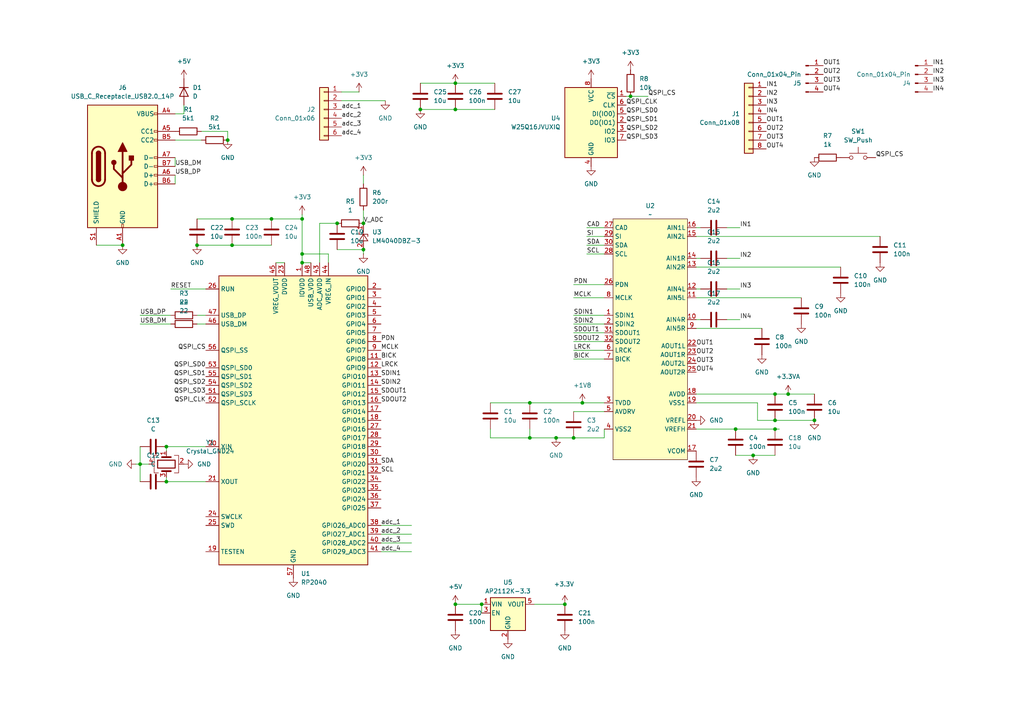
<source format=kicad_sch>
(kicad_sch (version 20231120) (generator "eeschema") (generator_version "8.0")
  (paper "A4")
  (lib_symbols
    (symbol "AAA_MY_LIB:AK4619"
      (property "Reference" "U" (at 58.42 10.414 0))
      (symbol "AK4619_0_0"
        (pin unspecified line (at 45.72 -15.24 0) (length 2.54) (name "SDIN1") (number "1"))
        (pin unspecified line (at 72.39 -16.51 180) (length 2.54) (name "AIN4R") (number "10"))
        (pin unspecified line (at 72.39 -10.16 180) (length 2.54) (name "AIN5L") (number "11"))
        (pin unspecified line (at 72.39 -7.62 180) (length 2.54) (name "AIN4L") (number "12"))
        (pin unspecified line (at 72.39 -1.27 180) (length 2.54) (name "AIN2R") (number "13"))
        (pin unspecified line (at 72.39 1.27 180) (length 2.54) (name "AIN1R") (number "14"))
        (pin unspecified line (at 72.39 7.62 180) (length 2.54) (name "AIN2L") (number "15"))
        (pin unspecified line (at 72.39 10.16 180) (length 2.54) (name "AIN1L") (number "16"))
        (pin power_in line (at 72.39 -54.61 180) (length 2.54) (name "VCOM") (number "17"))
        (pin power_in line (at 72.39 -38.1 180) (length 2.54) (name "AVDD") (number "18"))
        (pin unspecified line (at 72.39 -40.64 180) (length 2.54) (name "VSS1") (number "19"))
        (pin unspecified line (at 45.72 -17.78 0) (length 2.54) (name "SDIN2") (number "2"))
        (pin power_in line (at 72.39 -45.72 180) (length 2.54) (name "VREFL") (number "20"))
        (pin power_in line (at 72.39 -48.26 180) (length 2.54) (name "VREFH") (number "21"))
        (pin unspecified line (at 72.39 -24.13 180) (length 2.54) (name "AOUT1L") (number "22"))
        (pin unspecified line (at 72.39 -26.67 180) (length 2.54) (name "AOUT1R") (number "23"))
        (pin unspecified line (at 72.39 -29.21 180) (length 2.54) (name "AOUT2L") (number "24"))
        (pin unspecified line (at 72.39 -31.75 180) (length 2.54) (name "AOUT2R") (number "25"))
        (pin unspecified line (at 45.72 -6.35 0) (length 2.54) (name "PDN") (number "26"))
        (pin unspecified line (at 45.72 10.16 0) (length 2.54) (name "CAD") (number "27"))
        (pin unspecified line (at 45.72 2.54 0) (length 2.54) (name "SCL") (number "28"))
        (pin unspecified line (at 45.72 7.62 0) (length 2.54) (name "SI") (number "29"))
        (pin power_in line (at 45.72 -40.64 0) (length 2.54) (name "TVDD") (number "3"))
        (pin unspecified line (at 45.72 5.08 0) (length 2.54) (name "SDA") (number "30"))
        (pin unspecified line (at 45.72 -20.32 0) (length 2.54) (name "SDOUT1") (number "31"))
        (pin unspecified line (at 45.72 -22.86 0) (length 2.54) (name "SDOUT2") (number "32"))
        (pin unspecified line (at 45.72 -48.26 0) (length 2.54) (name "VSS2") (number "4"))
        (pin unspecified line (at 45.72 -43.18 0) (length 2.54) (name "AVDRV") (number "5"))
        (pin unspecified line (at 45.72 -25.4 0) (length 2.54) (name "LRCK") (number "6"))
        (pin unspecified line (at 45.72 -27.94 0) (length 2.54) (name "BICK") (number "7"))
        (pin unspecified line (at 45.72 -10.16 0) (length 2.54) (name "MCLK") (number "8"))
        (pin unspecified line (at 72.39 -19.05 180) (length 2.54) (name "AIN5R") (number "9"))
      )
    )
    (symbol "Connector:Conn_01x04_Pin" (pin_names (offset 1.016) hide)
      (property "Reference" "J" (at 0 5.08 0))
      (property "Value" "Conn_01x04_Pin" (at 0 -7.62 0))
      (symbol "Conn_01x04_Pin_1_1"
        (pin passive line (at 5.08 2.54 180) (length 3.81) (name "Pin_1") (number "1"))
        (pin passive line (at 5.08 0 180) (length 3.81) (name "Pin_2") (number "2"))
        (pin passive line (at 5.08 -2.54 180) (length 3.81) (name "Pin_3") (number "3"))
        (pin passive line (at 5.08 -5.08 180) (length 3.81) (name "Pin_4") (number "4"))
      )
    )
    (symbol "Connector:USB_C_Receptacle_USB2.0_14P" (pin_names (offset 1.016))
      (property "Reference" "J" (at 0 22.225 0))
      (property "Value" "USB_C_Receptacle_USB2.0_14P" (at 0 19.685 0))
      (symbol "USB_C_Receptacle_USB2.0_14P_1_1"
        (pin passive line (at 0 -22.86 90) (length 5.08) (name "GND") (number "A1"))
        (pin passive line (at 0 -22.86 90) (length 5.08) hide (name "GND") (number "A12"))
        (pin passive line (at 15.24 15.24 180) (length 5.08) (name "VBUS") (number "A4"))
        (pin bidirectional line (at 15.24 10.16 180) (length 5.08) (name "CC1") (number "A5"))
        (pin bidirectional line (at 15.24 -2.54 180) (length 5.08) (name "D+") (number "A6"))
        (pin bidirectional line (at 15.24 2.54 180) (length 5.08) (name "D-") (number "A7"))
        (pin passive line (at 15.24 15.24 180) (length 5.08) hide (name "VBUS") (number "A9"))
        (pin passive line (at 0 -22.86 90) (length 5.08) hide (name "GND") (number "B1"))
        (pin passive line (at 0 -22.86 90) (length 5.08) hide (name "GND") (number "B12"))
        (pin passive line (at 15.24 15.24 180) (length 5.08) hide (name "VBUS") (number "B4"))
        (pin bidirectional line (at 15.24 7.62 180) (length 5.08) (name "CC2") (number "B5"))
        (pin bidirectional line (at 15.24 -5.08 180) (length 5.08) (name "D+") (number "B6"))
        (pin bidirectional line (at 15.24 0 180) (length 5.08) (name "D-") (number "B7"))
        (pin passive line (at 15.24 15.24 180) (length 5.08) hide (name "VBUS") (number "B9"))
        (pin passive line (at -7.62 -22.86 90) (length 5.08) (name "SHIELD") (number "S1"))
      )
    )
    (symbol "Connector_Generic:Conn_01x06" (pin_names (offset 1.016) hide)
      (property "Reference" "J" (at 0 7.62 0))
      (property "Value" "Conn_01x06" (at 0 -10.16 0))
      (symbol "Conn_01x06_1_1"
        (pin passive line (at -5.08 5.08 0) (length 3.81) (name "Pin_1") (number "1"))
        (pin passive line (at -5.08 2.54 0) (length 3.81) (name "Pin_2") (number "2"))
        (pin passive line (at -5.08 0 0) (length 3.81) (name "Pin_3") (number "3"))
        (pin passive line (at -5.08 -2.54 0) (length 3.81) (name "Pin_4") (number "4"))
        (pin passive line (at -5.08 -5.08 0) (length 3.81) (name "Pin_5") (number "5"))
        (pin passive line (at -5.08 -7.62 0) (length 3.81) (name "Pin_6") (number "6"))
      )
    )
    (symbol "Connector_Generic:Conn_01x08" (pin_names (offset 1.016) hide)
      (property "Reference" "J" (at 0 10.16 0))
      (property "Value" "Conn_01x08" (at 0 -12.7 0))
      (symbol "Conn_01x08_1_1"
        (pin passive line (at -5.08 7.62 0) (length 3.81) (name "Pin_1") (number "1"))
        (pin passive line (at -5.08 5.08 0) (length 3.81) (name "Pin_2") (number "2"))
        (pin passive line (at -5.08 2.54 0) (length 3.81) (name "Pin_3") (number "3"))
        (pin passive line (at -5.08 0 0) (length 3.81) (name "Pin_4") (number "4"))
        (pin passive line (at -5.08 -2.54 0) (length 3.81) (name "Pin_5") (number "5"))
        (pin passive line (at -5.08 -5.08 0) (length 3.81) (name "Pin_6") (number "6"))
        (pin passive line (at -5.08 -7.62 0) (length 3.81) (name "Pin_7") (number "7"))
        (pin passive line (at -5.08 -10.16 0) (length 3.81) (name "Pin_8") (number "8"))
      )
    )
    (symbol "Device:C" (pin_numbers hide) (pin_names (offset 0.254))
      (property "Reference" "C" (at 0.635 2.54 0))
      (property "Value" "C" (at 0.635 -2.54 0))
      (symbol "C_1_1"
        (pin passive line (at 0 3.81 270) (length 2.794) (name "~") (number "1"))
        (pin passive line (at 0 -3.81 90) (length 2.794) (name "~") (number "2"))
      )
    )
    (symbol "Device:Crystal_GND24" (pin_names (offset 1.016) hide)
      (property "Reference" "Y" (at 3.175 5.08 0))
      (property "Value" "Crystal_GND24" (at 3.175 3.175 0))
      (symbol "Crystal_GND24_1_1"
        (pin passive line (at -3.81 0 0) (length 1.27) (name "1") (number "1"))
        (pin passive line (at 0 5.08 270) (length 1.27) (name "2") (number "2"))
        (pin passive line (at 3.81 0 180) (length 1.27) (name "3") (number "3"))
        (pin passive line (at 0 -5.08 90) (length 1.27) (name "4") (number "4"))
      )
    )
    (symbol "Device:D" (pin_numbers hide) (pin_names (offset 1.016) hide)
      (property "Reference" "D" (at 0 2.54 0))
      (property "Value" "D" (at 0 -2.54 0))
      (symbol "D_1_1"
        (pin passive line (at -3.81 0 0) (length 2.54) (name "K") (number "1"))
        (pin passive line (at 3.81 0 180) (length 2.54) (name "A") (number "2"))
      )
    )
    (symbol "Device:R" (pin_numbers hide) (pin_names (offset 0))
      (property "Reference" "R" (at 2.032 0 90))
      (property "Value" "R" (at 0 0 90))
      (symbol "R_1_1"
        (pin passive line (at 0 3.81 270) (length 1.27) (name "~") (number "1"))
        (pin passive line (at 0 -3.81 90) (length 1.27) (name "~") (number "2"))
      )
    )
    (symbol "MCU_RaspberryPi:RP2040"
      (property "Reference" "U" (at 17.78 45.72 0))
      (property "Value" "RP2040" (at 17.78 43.18 0))
      (symbol "RP2040_1_1"
        (pin power_in line (at 2.54 45.72 270) (length 3.81) (name "IOVDD") (number "1"))
        (pin passive line (at 2.54 45.72 270) (length 3.81) hide (name "IOVDD") (number "10"))
        (pin bidirectional line (at 25.4 17.78 180) (length 3.81) (name "GPIO8") (number "11"))
        (pin bidirectional line (at 25.4 15.24 180) (length 3.81) (name "GPIO9") (number "12"))
        (pin bidirectional line (at 25.4 12.7 180) (length 3.81) (name "GPIO10") (number "13"))
        (pin bidirectional line (at 25.4 10.16 180) (length 3.81) (name "GPIO11") (number "14"))
        (pin bidirectional line (at 25.4 7.62 180) (length 3.81) (name "GPIO12") (number "15"))
        (pin bidirectional line (at 25.4 5.08 180) (length 3.81) (name "GPIO13") (number "16"))
        (pin bidirectional line (at 25.4 2.54 180) (length 3.81) (name "GPIO14") (number "17"))
        (pin bidirectional line (at 25.4 0 180) (length 3.81) (name "GPIO15") (number "18"))
        (pin input line (at -25.4 -38.1 0) (length 3.81) (name "TESTEN") (number "19"))
        (pin bidirectional line (at 25.4 38.1 180) (length 3.81) (name "GPIO0") (number "2"))
        (pin input line (at -25.4 -7.62 0) (length 3.81) (name "XIN") (number "20"))
        (pin passive line (at -25.4 -17.78 0) (length 3.81) (name "XOUT") (number "21"))
        (pin passive line (at 2.54 45.72 270) (length 3.81) hide (name "IOVDD") (number "22"))
        (pin power_in line (at -2.54 45.72 270) (length 3.81) (name "DVDD") (number "23"))
        (pin input line (at -25.4 -27.94 0) (length 3.81) (name "SWCLK") (number "24"))
        (pin bidirectional line (at -25.4 -30.48 0) (length 3.81) (name "SWD") (number "25"))
        (pin input line (at -25.4 38.1 0) (length 3.81) (name "RUN") (number "26"))
        (pin bidirectional line (at 25.4 -2.54 180) (length 3.81) (name "GPIO16") (number "27"))
        (pin bidirectional line (at 25.4 -5.08 180) (length 3.81) (name "GPIO17") (number "28"))
        (pin bidirectional line (at 25.4 -7.62 180) (length 3.81) (name "GPIO18") (number "29"))
        (pin bidirectional line (at 25.4 35.56 180) (length 3.81) (name "GPIO1") (number "3"))
        (pin bidirectional line (at 25.4 -10.16 180) (length 3.81) (name "GPIO19") (number "30"))
        (pin bidirectional line (at 25.4 -12.7 180) (length 3.81) (name "GPIO20") (number "31"))
        (pin bidirectional line (at 25.4 -15.24 180) (length 3.81) (name "GPIO21") (number "32"))
        (pin passive line (at 2.54 45.72 270) (length 3.81) hide (name "IOVDD") (number "33"))
        (pin bidirectional line (at 25.4 -17.78 180) (length 3.81) (name "GPIO22") (number "34"))
        (pin bidirectional line (at 25.4 -20.32 180) (length 3.81) (name "GPIO23") (number "35"))
        (pin bidirectional line (at 25.4 -22.86 180) (length 3.81) (name "GPIO24") (number "36"))
        (pin bidirectional line (at 25.4 -25.4 180) (length 3.81) (name "GPIO25") (number "37"))
        (pin bidirectional line (at 25.4 -30.48 180) (length 3.81) (name "GPIO26_ADC0") (number "38"))
        (pin bidirectional line (at 25.4 -33.02 180) (length 3.81) (name "GPIO27_ADC1") (number "39"))
        (pin bidirectional line (at 25.4 33.02 180) (length 3.81) (name "GPIO2") (number "4"))
        (pin bidirectional line (at 25.4 -35.56 180) (length 3.81) (name "GPIO28_ADC2") (number "40"))
        (pin bidirectional line (at 25.4 -38.1 180) (length 3.81) (name "GPIO29_ADC3") (number "41"))
        (pin passive line (at 2.54 45.72 270) (length 3.81) hide (name "IOVDD") (number "42"))
        (pin power_in line (at 7.62 45.72 270) (length 3.81) (name "ADC_AVDD") (number "43"))
        (pin power_in line (at 10.16 45.72 270) (length 3.81) (name "VREG_IN") (number "44"))
        (pin power_out line (at -5.08 45.72 270) (length 3.81) (name "VREG_VOUT") (number "45"))
        (pin bidirectional line (at -25.4 27.94 0) (length 3.81) (name "USB_DM") (number "46"))
        (pin bidirectional line (at -25.4 30.48 0) (length 3.81) (name "USB_DP") (number "47"))
        (pin power_in line (at 5.08 45.72 270) (length 3.81) (name "USB_VDD") (number "48"))
        (pin passive line (at 2.54 45.72 270) (length 3.81) hide (name "IOVDD") (number "49"))
        (pin bidirectional line (at 25.4 30.48 180) (length 3.81) (name "GPIO3") (number "5"))
        (pin passive line (at -2.54 45.72 270) (length 3.81) hide (name "DVDD") (number "50"))
        (pin bidirectional line (at -25.4 7.62 0) (length 3.81) (name "QSPI_SD3") (number "51"))
        (pin output line (at -25.4 5.08 0) (length 3.81) (name "QSPI_SCLK") (number "52"))
        (pin bidirectional line (at -25.4 15.24 0) (length 3.81) (name "QSPI_SD0") (number "53"))
        (pin bidirectional line (at -25.4 10.16 0) (length 3.81) (name "QSPI_SD2") (number "54"))
        (pin bidirectional line (at -25.4 12.7 0) (length 3.81) (name "QSPI_SD1") (number "55"))
        (pin bidirectional line (at -25.4 20.32 0) (length 3.81) (name "QSPI_SS") (number "56"))
        (pin power_in line (at 0 -45.72 90) (length 3.81) (name "GND") (number "57"))
        (pin bidirectional line (at 25.4 27.94 180) (length 3.81) (name "GPIO4") (number "6"))
        (pin bidirectional line (at 25.4 25.4 180) (length 3.81) (name "GPIO5") (number "7"))
        (pin bidirectional line (at 25.4 22.86 180) (length 3.81) (name "GPIO6") (number "8"))
        (pin bidirectional line (at 25.4 20.32 180) (length 3.81) (name "GPIO7") (number "9"))
      )
    )
    (symbol "Memory_Flash:W25Q128JVS"
      (property "Reference" "U" (at -8.89 8.89 0))
      (property "Value" "W25Q128JVS" (at 7.62 8.89 0))
      (symbol "W25Q128JVS_1_1"
        (pin input line (at -10.16 7.62 0) (length 2.54) (name "~{CS}") (number "1"))
        (pin bidirectional line (at -10.16 0 0) (length 2.54) (name "DO(IO1)") (number "2"))
        (pin bidirectional line (at -10.16 -2.54 0) (length 2.54) (name "IO2") (number "3"))
        (pin power_in line (at 0 -12.7 90) (length 2.54) (name "GND") (number "4"))
        (pin bidirectional line (at -10.16 2.54 0) (length 2.54) (name "DI(IO0)") (number "5"))
        (pin input line (at -10.16 5.08 0) (length 2.54) (name "CLK") (number "6"))
        (pin bidirectional line (at -10.16 -5.08 0) (length 2.54) (name "IO3") (number "7"))
        (pin power_in line (at 0 12.7 270) (length 2.54) (name "VCC") (number "8"))
      )
    )
    (symbol "Reference_Voltage:LM4040DBZ-3" (pin_names (offset 0.0254) hide)
      (property "Reference" "U" (at 0 2.54 0))
      (property "Value" "LM4040DBZ-3" (at 0 -3.175 0))
      (symbol "LM4040DBZ-3_1_1"
        (pin passive line (at 3.81 0 180) (length 2.54) (name "K") (number "1"))
        (pin passive line (at -3.81 0 0) (length 2.54) (name "A") (number "2"))
      )
    )
    (symbol "Regulator_Linear:AP2112K-3.3" (pin_names (offset 0.254))
      (property "Reference" "U" (at -5.08 5.715 0))
      (property "Value" "AP2112K-3.3" (at 0 5.715 0))
      (symbol "AP2112K-3.3_1_1"
        (pin power_in line (at -7.62 2.54 0) (length 2.54) (name "VIN") (number "1"))
        (pin power_in line (at 0 -7.62 90) (length 2.54) (name "GND") (number "2"))
        (pin input line (at -7.62 0 0) (length 2.54) (name "EN") (number "3"))
        (pin no_connect line (at 5.08 0 180) (length 2.54) hide (name "NC") (number "4"))
        (pin power_out line (at 7.62 2.54 180) (length 2.54) (name "VOUT") (number "5"))
      )
    )
    (symbol "Switch:SW_Push" (pin_numbers hide) (pin_names (offset 1.016) hide)
      (property "Reference" "SW" (at 1.27 2.54 0))
      (property "Value" "SW_Push" (at 0 -1.524 0))
      (symbol "SW_Push_0_1"
        (pin passive line (at -5.08 0 0) (length 2.54) (name "1") (number "1"))
        (pin passive line (at 5.08 0 180) (length 2.54) (name "2") (number "2"))
      )
    )
    (symbol "power:+1V8" (power) (pin_numbers hide) (pin_names (offset 0) hide)
      (property "Value" "+1V8" (at 0 3.556 0))
      (symbol "+1V8_1_1"
        (pin power_in line (at 0 0 90) (length 0) (name "~") (number "1"))
      )
    )
    (symbol "power:+3.3V" (power) (pin_numbers hide) (pin_names (offset 0) hide)
      (property "Value" "+3.3V" (at 0 3.556 0))
      (symbol "+3.3V_1_1"
        (pin power_in line (at 0 0 90) (length 0) (name "~") (number "1"))
      )
    )
    (symbol "power:+3.3VA" (power) (pin_numbers hide) (pin_names (offset 0) hide)
      (property "Value" "+3.3VA" (at 0 3.556 0))
      (symbol "+3.3VA_1_1"
        (pin power_in line (at 0 0 90) (length 0) (name "~") (number "1"))
      )
    )
    (symbol "power:+3V3" (power) (pin_numbers hide) (pin_names (offset 0) hide)
      (property "Value" "+3V3" (at 0 3.556 0))
      (symbol "+3V3_1_1"
        (pin power_in line (at 0 0 90) (length 0) (name "~") (number "1"))
      )
    )
    (symbol "power:+5V" (power) (pin_numbers hide) (pin_names (offset 0) hide)
      (property "Value" "+5V" (at 0 3.556 0))
      (symbol "+5V_1_1"
        (pin power_in line (at 0 0 90) (length 0) (name "~") (number "1"))
      )
    )
    (symbol "power:GND" (power) (pin_numbers hide) (pin_names (offset 0) hide)
      (property "Value" "GND" (at 0 -3.81 0))
      (symbol "GND_1_1"
        (pin power_in line (at 0 0 270) (length 0) (name "~") (number "1"))
      )
    )
  )
  (junction (at 132.08 175.26))
  (junction (at 166.37 127))
  (junction (at 182.88 27.94))
  (junction (at 105.41 72.39))
  (junction (at 121.92 31.75))
  (junction (at 153.67 127))
  (junction (at 87.63 63.5))
  (junction (at 132.08 31.75))
  (junction (at 236.22 121.92))
  (junction (at 78.74 63.5))
  (junction (at 105.41 64.77))
  (junction (at 67.31 71.12))
  (junction (at 67.31 63.5))
  (junction (at 40.64 134.62))
  (junction (at 153.67 116.84))
  (junction (at 48.26 129.54))
  (junction (at 66.04 40.64))
  (junction (at 213.36 124.46))
  (junction (at 161.29 127))
  (junction (at 87.63 73.66))
  (junction (at 57.15 71.12))
  (junction (at 218.44 132.08))
  (junction (at 35.56 71.12))
  (junction (at 87.63 76.2))
  (junction (at 224.79 114.3))
  (junction (at 139.7 175.26))
  (junction (at 132.08 24.13))
  (junction (at 224.79 121.92))
  (junction (at 163.83 175.26))
  (junction (at 48.26 139.7))
  (junction (at 97.79 64.77))
  (junction (at 168.91 116.84))
  (junction (at 228.6 114.3))
  (junction (at 224.79 124.46))
  (wire (pts (xy 110.49 157.48) (xy 119.38 157.48)))
  (wire (pts (xy 213.36 132.08) (xy 218.44 132.08)))
  (wire (pts (xy 40.64 134.62) (xy 43.18 134.62)))
  (wire (pts (xy 153.67 127) (xy 161.29 127)))
  (wire (pts (xy 66.04 38.1) (xy 66.04 40.64)))
  (wire (pts (xy 121.92 24.13) (xy 132.08 24.13)))
  (wire (pts (xy 39.37 134.62) (xy 40.64 134.62)))
  (wire (pts (xy 48.26 139.7) (xy 48.26 138.43)))
  (wire (pts (xy 110.49 152.4) (xy 119.38 152.4)))
  (wire (pts (xy 170.18 66.04) (xy 175.26 66.04)))
  (wire (pts (xy 142.24 127) (xy 142.24 124.46)))
  (wire (pts (xy 168.91 116.84) (xy 175.26 116.84)))
  (wire (pts (xy 166.37 82.55) (xy 175.26 82.55)))
  (wire (pts (xy 166.37 101.6) (xy 175.26 101.6)))
  (wire (pts (xy 105.41 50.8) (xy 105.41 53.34)))
  (wire (pts (xy 170.18 68.58) (xy 175.26 68.58)))
  (wire (pts (xy 203.2 66.04) (xy 201.93 66.04)))
  (wire (pts (xy 27.94 71.12) (xy 35.56 71.12)))
  (wire (pts (xy 166.37 91.44) (xy 175.26 91.44)))
  (wire (pts (xy 170.18 71.12) (xy 175.26 71.12)))
  (wire (pts (xy 166.37 93.98) (xy 175.26 93.98)))
  (wire (pts (xy 182.88 27.94) (xy 181.61 27.94)))
  (wire (pts (xy 80.01 76.2) (xy 82.55 76.2)))
  (wire (pts (xy 121.92 31.75) (xy 132.08 31.75)))
  (wire (pts (xy 57.15 91.44) (xy 59.69 91.44)))
  (wire (pts (xy 40.64 93.98) (xy 49.53 93.98)))
  (wire (pts (xy 132.08 175.26) (xy 139.7 175.26)))
  (wire (pts (xy 40.64 134.62) (xy 40.64 139.7)))
  (wire (pts (xy 132.08 24.13) (xy 143.51 24.13)))
  (wire (pts (xy 50.8 45.72) (xy 50.8 48.26)))
  (wire (pts (xy 201.93 95.25) (xy 220.98 95.25)))
  (wire (pts (xy 224.79 114.3) (xy 228.6 114.3)))
  (wire (pts (xy 219.71 121.92) (xy 224.79 121.92)))
  (wire (pts (xy 92.71 64.77) (xy 92.71 76.2)))
  (wire (pts (xy 57.15 63.5) (xy 67.31 63.5)))
  (wire (pts (xy 166.37 96.52) (xy 175.26 96.52)))
  (wire (pts (xy 214.63 74.93) (xy 210.82 74.93)))
  (wire (pts (xy 139.7 175.26) (xy 139.7 177.8)))
  (wire (pts (xy 201.93 77.47) (xy 243.84 77.47)))
  (wire (pts (xy 175.26 124.46) (xy 175.26 127)))
  (wire (pts (xy 166.37 99.06) (xy 175.26 99.06)))
  (wire (pts (xy 110.49 160.02) (xy 119.38 160.02)))
  (wire (pts (xy 67.31 71.12) (xy 78.74 71.12)))
  (wire (pts (xy 228.6 114.3) (xy 236.22 114.3)))
  (wire (pts (xy 201.93 116.84) (xy 219.71 116.84)))
  (wire (pts (xy 87.63 62.23) (xy 87.63 63.5)))
  (wire (pts (xy 57.15 71.12) (xy 67.31 71.12)))
  (wire (pts (xy 214.63 66.04) (xy 210.82 66.04)))
  (wire (pts (xy 213.36 124.46) (xy 224.79 124.46)))
  (wire (pts (xy 53.34 30.48) (xy 53.34 33.02)))
  (wire (pts (xy 201.93 114.3) (xy 224.79 114.3)))
  (wire (pts (xy 97.79 72.39) (xy 105.41 72.39)))
  (wire (pts (xy 224.79 124.46) (xy 226.06 124.46)))
  (wire (pts (xy 163.83 175.26) (xy 154.94 175.26)))
  (wire (pts (xy 142.24 127) (xy 153.67 127)))
  (wire (pts (xy 95.25 73.66) (xy 87.63 73.66)))
  (wire (pts (xy 166.37 104.14) (xy 175.26 104.14)))
  (wire (pts (xy 166.37 86.36) (xy 175.26 86.36)))
  (wire (pts (xy 99.06 29.21) (xy 111.76 29.21)))
  (wire (pts (xy 170.18 73.66) (xy 175.26 73.66)))
  (wire (pts (xy 48.26 130.81) (xy 48.26 129.54)))
  (wire (pts (xy 78.74 63.5) (xy 87.63 63.5)))
  (wire (pts (xy 67.31 63.5) (xy 78.74 63.5)))
  (wire (pts (xy 105.41 60.96) (xy 105.41 64.77)))
  (wire (pts (xy 218.44 132.08) (xy 224.79 132.08)))
  (wire (pts (xy 57.15 93.98) (xy 59.69 93.98)))
  (wire (pts (xy 224.79 121.92) (xy 236.22 121.92)))
  (wire (pts (xy 40.64 129.54) (xy 40.64 134.62)))
  (wire (pts (xy 214.63 92.71) (xy 210.82 92.71)))
  (wire (pts (xy 201.93 124.46) (xy 213.36 124.46)))
  (wire (pts (xy 58.42 38.1) (xy 66.04 38.1)))
  (wire (pts (xy 203.2 83.82) (xy 201.93 83.82)))
  (wire (pts (xy 50.8 40.64) (xy 58.42 40.64)))
  (wire (pts (xy 97.79 64.77) (xy 92.71 64.77)))
  (wire (pts (xy 95.25 76.2) (xy 95.25 73.66)))
  (wire (pts (xy 110.49 154.94) (xy 119.38 154.94)))
  (wire (pts (xy 87.63 73.66) (xy 87.63 76.2)))
  (wire (pts (xy 48.26 129.54) (xy 59.69 129.54)))
  (wire (pts (xy 187.96 27.94) (xy 182.88 27.94)))
  (wire (pts (xy 87.63 63.5) (xy 87.63 73.66)))
  (wire (pts (xy 99.06 26.67) (xy 104.14 26.67)))
  (wire (pts (xy 50.8 50.8) (xy 50.8 53.34)))
  (wire (pts (xy 175.26 127) (xy 166.37 127)))
  (wire (pts (xy 153.67 116.84) (xy 168.91 116.84)))
  (wire (pts (xy 214.63 83.82) (xy 210.82 83.82)))
  (wire (pts (xy 201.93 68.58) (xy 255.27 68.58)))
  (wire (pts (xy 49.53 83.82) (xy 59.69 83.82)))
  (wire (pts (xy 166.37 119.38) (xy 175.26 119.38)))
  (wire (pts (xy 59.69 139.7) (xy 48.26 139.7)))
  (wire (pts (xy 105.41 73.66) (xy 105.41 72.39)))
  (wire (pts (xy 142.24 116.84) (xy 153.67 116.84)))
  (wire (pts (xy 40.64 91.44) (xy 49.53 91.44)))
  (wire (pts (xy 201.93 86.36) (xy 232.41 86.36)))
  (wire (pts (xy 219.71 116.84) (xy 219.71 121.92)))
  (wire (pts (xy 203.2 92.71) (xy 201.93 92.71)))
  (wire (pts (xy 153.67 124.46) (xy 153.67 127)))
  (wire (pts (xy 203.2 74.93) (xy 201.93 74.93)))
  (wire (pts (xy 166.37 127) (xy 161.29 127)))
  (wire (pts (xy 132.08 31.75) (xy 143.51 31.75)))
  (wire (pts (xy 53.34 33.02) (xy 50.8 33.02)))
  (wire (pts (xy 87.63 76.2) (xy 90.17 76.2)))
  (label "MCLK" (at 166.37 86.36 0))
  (label "SDOUT2" (at 166.37 99.06 0))
  (label "IN3" (at 214.63 83.82 0))
  (label "OUT3" (at 238.76 24.13 0))
  (label "SCL" (at 170.18 73.66 0))
  (label "OUT2" (at 201.93 102.87 0))
  (label "IN4" (at 214.63 92.71 0))
  (label "adc_2" (at 99.06 34.29 0))
  (label "LRCK" (at 166.37 101.6 0))
  (label "adc_3" (at 99.06 36.83 0))
  (label "QSPI_CS" (at 187.96 27.94 0))
  (label "adc_2" (at 110.49 154.94 0))
  (label "SDIN2" (at 166.37 93.98 0))
  (label "OUT1" (at 238.76 19.05 0))
  (label "V_ADC" (at 105.41 64.77 0))
  (label "QSPI_CS" (at 59.69 101.6 180))
  (label "OUT2" (at 222.25 38.1 0))
  (label "OUT4" (at 222.25 43.18 0))
  (label "adc_1" (at 110.49 152.4 0))
  (label "PDN" (at 166.37 82.55 0))
  (label "SCL" (at 110.49 137.16 0))
  (label "OUT3" (at 201.93 105.41 0))
  (label "USB_DP" (at 40.64 91.44 0))
  (label "QSPI_SD1" (at 59.69 109.22 180))
  (label "QSPI_SD2" (at 59.69 111.76 180))
  (label "SDIN1" (at 110.49 109.22 0))
  (label "USB_DP" (at 50.8 50.8 0))
  (label "adc_1" (at 99.06 31.75 0))
  (label "QSPI_CLK" (at 181.61 30.48 0))
  (label "USB_DM" (at 40.64 93.98 0))
  (label "RESET" (at 49.53 83.82 0))
  (label "SDOUT1" (at 110.49 114.3 0))
  (label "adc_4" (at 110.49 160.02 0))
  (label "QSPI_SD2" (at 181.61 38.1 0))
  (label "OUT4" (at 238.76 26.67 0))
  (label "OUT4" (at 201.93 107.95 0))
  (label "adc_4" (at 99.06 39.37 0))
  (label "IN2" (at 214.63 74.93 0))
  (label "QSPI_CS" (at 254 45.72 0))
  (label "LRCK" (at 110.49 106.68 0))
  (label "PDN" (at 110.49 99.06 0))
  (label "IN1" (at 222.25 25.4 0))
  (label "OUT1" (at 222.25 35.56 0))
  (label "QSPI_CLK" (at 59.69 116.84 180))
  (label "QSPI_SD1" (at 181.61 35.56 0))
  (label "MCLK" (at 110.49 101.6 0))
  (label "USB_DM" (at 50.8 48.26 0))
  (label "IN3" (at 222.25 30.48 0))
  (label "OUT2" (at 238.76 21.59 0))
  (label "IN1" (at 214.63 66.04 0))
  (label "IN2" (at 222.25 27.94 0))
  (label "QSPI_SD0" (at 59.69 106.68 180))
  (label "SDIN1" (at 166.37 91.44 0))
  (label "adc_3" (at 110.49 157.48 0))
  (label "BICK" (at 166.37 104.14 0))
  (label "IN2" (at 270.51 21.59 0))
  (label "QSPI_SD3" (at 59.69 114.3 180))
  (label "QSPI_SD0" (at 181.61 33.02 0))
  (label "QSPI_SD3" (at 181.61 40.64 0))
  (label "IN3" (at 270.51 24.13 0))
  (label "BICK" (at 110.49 104.14 0))
  (label "IN1" (at 270.51 19.05 0))
  (label "IN4" (at 270.51 26.67 0))
  (label "OUT3" (at 222.25 40.64 0))
  (label "SDOUT1" (at 166.37 96.52 0))
  (label "SDOUT2" (at 110.49 116.84 0))
  (label "CAD" (at 170.18 66.04 0))
  (label "SDA" (at 170.18 71.12 0))
  (label "SDA" (at 110.49 134.62 0))
  (label "SDIN2" (at 110.49 111.76 0))
  (label "SI" (at 170.18 68.58 0))
  (label "OUT1" (at 201.93 100.33 0))
  (label "IN4" (at 222.25 33.02 0))
  (symbol (lib_id "Device:C") (at 142.24 120.65 0) (unit 1)
    (property "Reference" "C1" (at 146.05 119.3799 0) (effects (justify left)))
    (property "Value" "10u" (at 146.05 121.9199 0) (effects (justify left)))
    (property "Footprint" "Capacitor_SMD:C_0603_1608Metric" (effects (hide yes)))
    (property "Description" "Unpolarized capacitor" (effects (hide yes)))
  )
  (symbol (lib_id "power:GND") (at 85.09 167.64 0) (unit 1)
    (property "Reference" "#PWR01" (effects (hide yes)))
    (property "Value" "GND" (at 85.09 172.72 0))
    (property "Description" "Power symbol creates a global label with name \"GND\" , ground" (effects (hide yes)))
  )
  (symbol (lib_id "Device:C") (at 132.08 27.94 0) (unit 1)
    (property "Reference" "C26" (at 135.89 26.6699 0) (effects (justify left)))
    (property "Value" "100n" (at 135.89 29.2099 0) (effects (justify left)))
    (property "Footprint" "Capacitor_SMD:C_0603_1608Metric" (effects (hide yes)))
    (property "Description" "Unpolarized capacitor" (effects (hide yes)))
  )
  (symbol (lib_id "Device:C") (at 153.67 120.65 0) (unit 1)
    (property "Reference" "C2" (at 157.48 119.3799 0) (effects (justify left)))
    (property "Value" "100n" (at 157.48 121.9199 0) (effects (justify left)))
    (property "Footprint" "Capacitor_SMD:C_0603_1608Metric" (effects (hide yes)))
    (property "Description" "Unpolarized capacitor" (effects (hide yes)))
  )
  (symbol (lib_id "Device:C") (at 201.93 134.62 0) (unit 1)
    (property "Reference" "C7" (at 205.74 133.3499 0) (effects (justify left)))
    (property "Value" "2u2" (at 205.74 135.8899 0) (effects (justify left)))
    (property "Footprint" "Capacitor_SMD:C_0603_1608Metric" (effects (hide yes)))
    (property "Description" "Unpolarized capacitor" (effects (hide yes)))
  )
  (symbol (lib_id "Device:C") (at 232.41 90.17 0) (unit 1)
    (property "Reference" "C9" (at 236.22 88.8999 0) (effects (justify left)))
    (property "Value" "100n" (at 236.22 91.4399 0) (effects (justify left)))
    (property "Footprint" "Capacitor_SMD:C_0603_1608Metric" (effects (hide yes)))
    (property "Description" "Unpolarized capacitor" (effects (hide yes)))
  )
  (symbol (lib_id "Connector:Conn_01x04_Pin") (at 265.43 21.59 0) (unit 1)
    (property "Reference" "J4" (at 264.16 24.1301 0) (effects (justify right)))
    (property "Value" "Conn_01x04_Pin" (at 264.16 21.5901 0) (effects (justify right)))
    (property "Footprint" "Connector_PinHeader_2.54mm:PinHeader_1x04_P2.54mm_Vertical_SMD_Pin1Left" (effects (hide yes)))
    (property "Description" "Generic connector, single row, 01x04, script generated" (effects (hide yes)))
  )
  (symbol (lib_id "power:GND") (at 171.45 48.26 0) (unit 1)
    (property "Reference" "#PWR021" (effects (hide yes)))
    (property "Value" "GND" (at 171.45 53.34 0))
    (property "Description" "Power symbol creates a global label with name \"GND\" , ground" (effects (hide yes)))
  )
  (symbol (lib_id "Device:Crystal_GND24") (at 48.26 134.62 270) (unit 1)
    (property "Reference" "Y1" (at 60.96 128.3014 90))
    (property "Value" "Crystal_GND24" (at 60.96 130.8414 90))
    (property "Footprint" "Crystal:Crystal_SMD_Abracon_ABM3C-4Pin_5.0x3.2mm" (effects (hide yes)))
    (property "Description" "Four pin crystal, GND on pins 2 and 4" (effects (hide yes)))
  )
  (symbol (lib_id "Device:R") (at 53.34 93.98 270) (unit 1)
    (property "Reference" "R4" (at 53.34 87.63 90))
    (property "Value" "22" (at 53.34 90.17 90))
    (property "Footprint" "Resistor_SMD:R_0603_1608Metric" (effects (hide yes)))
    (property "Description" "Resistor" (effects (hide yes)))
  )
  (symbol (lib_id "power:GND") (at 255.27 76.2 0) (unit 1)
    (property "Reference" "#PWR010" (effects (hide yes)))
    (property "Value" "GND" (at 255.27 81.28 0))
    (property "Description" "Power symbol creates a global label with name \"GND\" , ground" (effects (hide yes)))
  )
  (symbol (lib_id "Device:C") (at 207.01 83.82 90) (unit 1)
    (property "Reference" "C16" (at 207.01 76.2 90))
    (property "Value" "2u2" (at 207.01 78.74 90))
    (property "Footprint" "Capacitor_SMD:C_0603_1608Metric" (effects (hide yes)))
    (property "Description" "Unpolarized capacitor" (effects (hide yes)))
  )
  (symbol (lib_id "power:+5V") (at 132.08 175.26 0) (unit 1)
    (property "Reference" "#PWR024" (effects (hide yes)))
    (property "Value" "+5V" (at 132.08 170.18 0))
    (property "Description" "Power symbol creates a global label with name \"+5V\"" (effects (hide yes)))
  )
  (symbol (lib_id "Connector:USB_C_Receptacle_USB2.0_14P") (at 35.56 48.26 0) (unit 1)
    (property "Reference" "J6" (at 35.56 25.4 0))
    (property "Value" "USB_C_Receptacle_USB2.0_14P" (at 35.56 27.94 0))
    (property "Footprint" "Connector_USB:USB_C_Receptacle_GCT_USB4105-xx-A_16P_TopMnt_Horizontal" (effects (hide yes)))
    (property "Datasheet" "https://www.usb.org/sites/default/files/documents/usb_type-c.zip" (effects (hide yes)))
    (property "Description" "USB 2.0-only 14P Type-C Receptacle connector" (effects (hide yes)))
  )
  (symbol (lib_id "Device:R") (at 53.34 91.44 90) (unit 1)
    (property "Reference" "R3" (at 53.34 85.09 90))
    (property "Value" "22" (at 53.34 87.63 90))
    (property "Footprint" "Resistor_SMD:R_0603_1608Metric" (effects (hide yes)))
    (property "Description" "Resistor" (effects (hide yes)))
  )
  (symbol (lib_id "Connector_Generic:Conn_01x06") (at 93.98 31.75 0) (mirror y) (unit 1)
    (property "Reference" "J2" (at 91.44 31.7499 0) (effects (justify left)))
    (property "Value" "Conn_01x06" (at 91.44 34.2899 0) (effects (justify left)))
    (property "Footprint" "Connector_PinHeader_2.54mm:PinHeader_1x06_P2.54mm_Vertical_SMD_Pin1Right" (effects (hide yes)))
    (property "Description" "Generic connector, single row, 01x06, script generated (kicad-library-utils/schlib/autogen/connector/)" (effects (hide yes)))
  )
  (symbol (lib_id "power:GND") (at 236.22 45.72 0) (unit 1)
    (property "Reference" "#PWR023" (effects (hide yes)))
    (property "Value" "GND" (at 236.22 50.8 0))
    (property "Description" "Power symbol creates a global label with name \"GND\" , ground" (effects (hide yes)))
  )
  (symbol (lib_id "power:GND") (at 163.83 182.88 0) (unit 1)
    (property "Reference" "#PWR028" (effects (hide yes)))
    (property "Value" "GND" (at 163.83 187.96 0))
    (property "Description" "Power symbol creates a global label with name \"GND\" , ground" (effects (hide yes)))
  )
  (symbol (lib_id "power:GND") (at 105.41 73.66 0) (unit 1)
    (property "Reference" "#PWR020" (effects (hide yes)))
    (property "Value" "GND" (at 105.41 78.74 0))
    (property "Description" "Power symbol creates a global label with name \"GND\" , ground" (effects (hide yes)))
  )
  (symbol (lib_id "power:GND") (at 53.34 134.62 90) (unit 1)
    (property "Reference" "#PWR011" (effects (hide yes)))
    (property "Value" "GND" (at 57.15 134.6199 90) (effects (justify right)))
    (property "Description" "Power symbol creates a global label with name \"GND\" , ground" (effects (hide yes)))
  )
  (symbol (lib_id "Connector_Generic:Conn_01x08") (at 217.17 33.02 0) (mirror y) (unit 1)
    (property "Reference" "J1" (at 214.63 33.0199 0) (effects (justify left)))
    (property "Value" "Conn_01x08" (at 214.63 35.5599 0) (effects (justify left)))
    (property "Footprint" "Connector_PinHeader_2.54mm:PinHeader_1x08_P2.54mm_Vertical_SMD_Pin1Right" (effects (hide yes)))
    (property "Description" "Generic connector, single row, 01x08, script generated (kicad-library-utils/schlib/autogen/connector/)" (effects (hide yes)))
  )
  (symbol (lib_id "power:+3V3") (at 105.41 50.8 0) (unit 1)
    (property "Reference" "#PWR019" (effects (hide yes)))
    (property "Value" "+3V3" (at 105.41 45.72 0))
    (property "Description" "Power symbol creates a global label with name \"+3V3\"" (effects (hide yes)))
  )
  (symbol (lib_id "power:GND") (at 147.32 185.42 0) (unit 1)
    (property "Reference" "#PWR026" (effects (hide yes)))
    (property "Value" "GND" (at 147.32 190.5 0))
    (property "Description" "Power symbol creates a global label with name \"GND\" , ground" (effects (hide yes)))
  )
  (symbol (lib_id "AAA_MY_LIB:AK4619") (at 129.54 76.2 0) (unit 1)
    (property "Reference" "U2" (at 188.595 59.69 0))
    (property "Value" "~" (at 188.595 62.23 0))
    (property "Footprint" "Package_DFN_QFN:QFN-32-1EP_5x5mm_P0.5mm_EP3.7x3.7mm_ThermalVias" (effects (hide yes)))
  )
  (symbol (lib_id "Device:R") (at 182.88 24.13 0) (unit 1)
    (property "Reference" "R8" (at 185.42 22.8599 0) (effects (justify left)))
    (property "Value" "10k" (at 185.42 25.3999 0) (effects (justify left)))
    (property "Footprint" "Resistor_SMD:R_0603_1608Metric" (effects (hide yes)))
    (property "Description" "Resistor" (effects (hide yes)))
  )
  (symbol (lib_id "power:+3V3") (at 182.88 20.32 0) (unit 1)
    (property "Reference" "#PWR034" (effects (hide yes)))
    (property "Value" "+3V3" (at 182.88 15.24 0))
    (property "Description" "Power symbol creates a global label with name \"+3V3\"" (effects (hide yes)))
  )
  (symbol (lib_id "power:GND") (at 243.84 85.09 0) (unit 1)
    (property "Reference" "#PWR09" (effects (hide yes)))
    (property "Value" "GND" (at 243.84 90.17 0))
    (property "Description" "Power symbol creates a global label with name \"GND\" , ground" (effects (hide yes)))
  )
  (symbol (lib_id "power:GND") (at 35.56 71.12 0) (unit 1)
    (property "Reference" "#PWR014" (effects (hide yes)))
    (property "Value" "GND" (at 35.56 76.2 0))
    (property "Description" "Power symbol creates a global label with name \"GND\" , ground" (effects (hide yes)))
  )
  (symbol (lib_id "power:GND") (at 121.92 31.75 0) (unit 1)
    (property "Reference" "#PWR032" (effects (hide yes)))
    (property "Value" "GND" (at 121.92 36.83 0))
    (property "Description" "Power symbol creates a global label with name \"GND\" , ground" (effects (hide yes)))
  )
  (symbol (lib_id "power:+1V8") (at 168.91 116.84 0) (unit 1)
    (property "Reference" "#PWR03" (effects (hide yes)))
    (property "Value" "+1V8" (at 168.91 111.76 0))
    (property "Description" "Power symbol creates a global label with name \"+1V8\"" (effects (hide yes)))
  )
  (symbol (lib_id "power:GND") (at 161.29 127 0) (unit 1)
    (property "Reference" "#PWR06" (effects (hide yes)))
    (property "Value" "GND" (at 161.29 132.08 0))
    (property "Description" "Power symbol creates a global label with name \"GND\" , ground" (effects (hide yes)))
  )
  (symbol (lib_id "power:GND") (at 232.41 93.98 0) (unit 1)
    (property "Reference" "#PWR08" (effects (hide yes)))
    (property "Value" "GND" (at 232.41 99.06 0))
    (property "Description" "Power symbol creates a global label with name \"GND\" , ground" (effects (hide yes)))
  )
  (symbol (lib_id "Device:C") (at 163.83 179.07 0) (unit 1)
    (property "Reference" "C21" (at 167.64 177.7999 0) (effects (justify left)))
    (property "Value" "100n" (at 167.64 180.3399 0) (effects (justify left)))
    (property "Footprint" "Capacitor_SMD:C_0603_1608Metric" (effects (hide yes)))
    (property "Description" "Unpolarized capacitor" (effects (hide yes)))
  )
  (symbol (lib_id "power:+5V") (at 53.34 22.86 0) (unit 1)
    (property "Reference" "#PWR015" (effects (hide yes)))
    (property "Value" "+5V" (at 53.34 17.78 0))
    (property "Description" "Power symbol creates a global label with name \"+5V\"" (effects (hide yes)))
  )
  (symbol (lib_id "Device:R") (at 105.41 57.15 180) (unit 1)
    (property "Reference" "R6" (at 107.95 55.8799 0) (effects (justify right)))
    (property "Value" "200r" (at 107.95 58.4199 0) (effects (justify right)))
    (property "Footprint" "Resistor_SMD:R_0603_1608Metric" (effects (hide yes)))
    (property "Description" "Resistor" (effects (hide yes)))
  )
  (symbol (lib_id "power:GND") (at 57.15 71.12 0) (unit 1)
    (property "Reference" "#PWR031" (effects (hide yes)))
    (property "Value" "GND" (at 57.15 76.2 0))
    (property "Description" "Power symbol creates a global label with name \"GND\" , ground" (effects (hide yes)))
  )
  (symbol (lib_id "Device:C") (at 207.01 66.04 90) (unit 1)
    (property "Reference" "C14" (at 207.01 58.42 90))
    (property "Value" "2u2" (at 207.01 60.96 90))
    (property "Footprint" "Capacitor_SMD:C_0603_1608Metric" (effects (hide yes)))
    (property "Description" "Unpolarized capacitor" (effects (hide yes)))
  )
  (symbol (lib_id "Device:C") (at 166.37 123.19 0) (unit 1)
    (property "Reference" "C3" (at 170.18 121.9199 0) (effects (justify left)))
    (property "Value" "2u2" (at 170.18 124.4599 0) (effects (justify left)))
    (property "Footprint" "Capacitor_SMD:C_0603_1608Metric" (effects (hide yes)))
    (property "Description" "Unpolarized capacitor" (effects (hide yes)))
  )
  (symbol (lib_id "Device:C") (at 78.74 67.31 0) (unit 1)
    (property "Reference" "C24" (at 82.55 66.0399 0) (effects (justify left)))
    (property "Value" "10u" (at 82.55 68.5799 0) (effects (justify left)))
    (property "Footprint" "Capacitor_SMD:C_0603_1608Metric" (effects (hide yes)))
    (property "Description" "Unpolarized capacitor" (effects (hide yes)))
  )
  (symbol (lib_id "Device:C") (at 213.36 128.27 0) (unit 1)
    (property "Reference" "C4" (at 217.17 126.9999 0) (effects (justify left)))
    (property "Value" "100n" (at 217.17 129.5399 0) (effects (justify left)))
    (property "Footprint" "Capacitor_SMD:C_0603_1608Metric" (effects (hide yes)))
    (property "Description" "Unpolarized capacitor" (effects (hide yes)))
  )
  (symbol (lib_id "Device:C") (at 207.01 92.71 90) (unit 1)
    (property "Reference" "C17" (at 207.01 85.09 90))
    (property "Value" "2u2" (at 207.01 87.63 90))
    (property "Footprint" "Capacitor_SMD:C_0603_1608Metric" (effects (hide yes)))
    (property "Description" "Unpolarized capacitor" (effects (hide yes)))
  )
  (symbol (lib_id "Reference_Voltage:LM4040DBZ-3") (at 105.41 68.58 90) (unit 1)
    (property "Reference" "U3" (at 107.95 67.3099 90) (effects (justify right)))
    (property "Value" "LM4040DBZ-3" (at 107.95 69.8499 90) (effects (justify right)))
    (property "Footprint" "Package_TO_SOT_SMD:SOT-23" (effects (hide yes)))
    (property "Datasheet" "http://www.ti.com/lit/ds/symlink/lm4040-n.pdf" (effects (hide yes)))
    (property "Description" "3.000V Precision Micropower Shunt Voltage Reference, SOT-23" (effects (hide yes)))
  )
  (symbol (lib_id "Device:C") (at 243.84 81.28 0) (unit 1)
    (property "Reference" "C10" (at 247.65 80.0099 0) (effects (justify left)))
    (property "Value" "100n" (at 247.65 82.5499 0) (effects (justify left)))
    (property "Footprint" "Capacitor_SMD:C_0603_1608Metric" (effects (hide yes)))
    (property "Description" "Unpolarized capacitor" (effects (hide yes)))
  )
  (symbol (lib_id "MCU_RaspberryPi:RP2040") (at 85.09 121.92 0) (unit 1)
    (property "Reference" "U1" (at 87.2841 166.37 0) (effects (justify left)))
    (property "Value" "RP2040" (at 87.2841 168.91 0) (effects (justify left)))
    (property "Footprint" "Package_DFN_QFN:QFN-56-1EP_7x7mm_P0.4mm_EP3.2x3.2mm" (effects (hide yes)))
    (property "Datasheet" "https://datasheets.raspberrypi.com/rp2040/rp2040-datasheet.pdf" (effects (hide yes)))
    (property "Description" "A microcontroller by Raspberry Pi" (effects (hide yes)))
  )
  (symbol (lib_id "Device:R") (at 54.61 38.1 90) (unit 1)
    (property "Reference" "R1" (at 54.61 31.75 90))
    (property "Value" "5k1" (at 54.61 34.29 90))
    (property "Footprint" "Resistor_SMD:R_0603_1608Metric" (effects (hide yes)))
    (property "Description" "Resistor" (effects (hide yes)))
  )
  (symbol (lib_id "power:GND") (at 132.08 182.88 0) (unit 1)
    (property "Reference" "#PWR025" (effects (hide yes)))
    (property "Value" "GND" (at 132.08 187.96 0))
    (property "Description" "Power symbol creates a global label with name \"GND\" , ground" (effects (hide yes)))
  )
  (symbol (lib_id "power:GND") (at 66.04 40.64 0) (unit 1)
    (property "Reference" "#PWR013" (effects (hide yes)))
    (property "Value" "GND" (at 66.04 45.72 0))
    (property "Description" "Power symbol creates a global label with name \"GND\" , ground" (effects (hide yes)))
  )
  (symbol (lib_id "Memory_Flash:W25Q128JVS") (at 171.45 35.56 0) (mirror y) (unit 1)
    (property "Reference" "U4" (at 162.56 34.2899 0) (effects (justify left)))
    (property "Value" "W25Q16JVUXIQ" (at 162.56 36.8299 0) (effects (justify left)))
    (property "Footprint" "Package_SO:SOIC-8_5.23x5.23mm_P1.27mm" (effects (hide yes)))
    (property "Datasheet" "http://www.winbond.com/resource-files/w25q128jv_dtr%20revc%2003272018%20plus.pdf" (effects (hide yes)))
    (property "Description" "128Mb Serial Flash Memory, Standard/Dual/Quad SPI, SOIC-8" (effects (hide yes)))
  )
  (symbol (lib_id "Device:C") (at 143.51 27.94 0) (unit 1)
    (property "Reference" "C27" (at 147.32 26.6699 0) (effects (justify left)))
    (property "Value" "10u" (at 147.32 29.2099 0) (effects (justify left)))
    (property "Footprint" "Capacitor_SMD:C_0603_1608Metric" (effects (hide yes)))
    (property "Description" "Unpolarized capacitor" (effects (hide yes)))
  )
  (symbol (lib_id "Device:C") (at 67.31 67.31 0) (unit 1)
    (property "Reference" "C23" (at 71.12 66.0399 0) (effects (justify left)))
    (property "Value" "100n" (at 71.12 68.5799 0) (effects (justify left)))
    (property "Footprint" "Capacitor_SMD:C_0603_1608Metric" (effects (hide yes)))
    (property "Description" "Unpolarized capacitor" (effects (hide yes)))
  )
  (symbol (lib_id "power:+3V3") (at 132.08 24.13 0) (unit 1)
    (property "Reference" "#PWR033" (effects (hide yes)))
    (property "Value" "+3V3" (at 132.08 19.05 0))
    (property "Description" "Power symbol creates a global label with name \"+3V3\"" (effects (hide yes)))
  )
  (symbol (lib_id "power:+3.3V") (at 163.83 175.26 0) (unit 1)
    (property "Reference" "#PWR027" (effects (hide yes)))
    (property "Value" "+3.3V" (at 163.576 169.418 0))
    (property "Description" "Power symbol creates a global label with name \"+3.3V\"" (effects (hide yes)))
  )
  (symbol (lib_id "Device:C") (at 207.01 74.93 90) (unit 1)
    (property "Reference" "C15" (at 207.01 67.31 90))
    (property "Value" "2u2" (at 207.01 69.85 90))
    (property "Footprint" "Capacitor_SMD:C_0603_1608Metric" (effects (hide yes)))
    (property "Description" "Unpolarized capacitor" (effects (hide yes)))
  )
  (symbol (lib_id "Device:R") (at 62.23 40.64 90) (unit 1)
    (property "Reference" "R2" (at 62.23 34.29 90))
    (property "Value" "5k1" (at 62.23 36.83 90))
    (property "Footprint" "Resistor_SMD:R_0603_1608Metric" (effects (hide yes)))
    (property "Description" "Resistor" (effects (hide yes)))
  )
  (symbol (lib_id "power:GND") (at 39.37 134.62 270) (unit 1)
    (property "Reference" "#PWR012" (effects (hide yes)))
    (property "Value" "GND" (at 35.56 134.6199 90) (effects (justify right)))
    (property "Description" "Power symbol creates a global label with name \"GND\" , ground" (effects (hide yes)))
  )
  (symbol (lib_id "Device:C") (at 44.45 129.54 90) (unit 1)
    (property "Reference" "C13" (at 44.45 121.92 90))
    (property "Value" "C" (at 44.45 124.46 90))
    (property "Footprint" "Capacitor_SMD:C_0603_1608Metric" (effects (hide yes)))
    (property "Description" "Unpolarized capacitor" (effects (hide yes)))
  )
  (symbol (lib_id "Device:C") (at 44.45 139.7 90) (unit 1)
    (property "Reference" "C12" (at 44.45 132.08 90))
    (property "Value" "C" (at 44.45 134.62 90))
    (property "Footprint" "Capacitor_SMD:C_0603_1608Metric" (effects (hide yes)))
    (property "Description" "Unpolarized capacitor" (effects (hide yes)))
  )
  (symbol (lib_id "power:GND") (at 220.98 102.87 0) (unit 1)
    (property "Reference" "#PWR07" (effects (hide yes)))
    (property "Value" "GND" (at 220.98 107.95 0))
    (property "Description" "Power symbol creates a global label with name \"GND\" , ground" (effects (hide yes)))
  )
  (symbol (lib_id "Device:D") (at 53.34 26.67 270) (unit 1)
    (property "Reference" "D1" (at 55.88 25.3999 90) (effects (justify left)))
    (property "Value" "D" (at 55.88 27.9399 90) (effects (justify left)))
    (property "Footprint" "Diode_SMD:D_0603_1608Metric" (effects (hide yes)))
    (property "Description" "Diode" (effects (hide yes)))
    (property "Sim.Device" "D" (effects (hide yes)))
    (property "Sim.Pins" "1=K 2=A" (effects (hide yes)))
  )
  (symbol (lib_id "Device:C") (at 236.22 118.11 0) (unit 1)
    (property "Reference" "C6" (at 240.03 116.8399 0) (effects (justify left)))
    (property "Value" "10u" (at 240.03 119.3799 0) (effects (justify left)))
    (property "Footprint" "Capacitor_SMD:C_0603_1608Metric" (effects (hide yes)))
    (property "Description" "Unpolarized capacitor" (effects (hide yes)))
  )
  (symbol (lib_id "Regulator_Linear:AP2112K-3.3") (at 147.32 177.8 0) (unit 1)
    (property "Reference" "U5" (at 147.32 168.91 0))
    (property "Value" "AP2112K-3.3" (at 147.32 171.45 0))
    (property "Footprint" "Package_TO_SOT_SMD:SOT-23-5" (effects (hide yes)))
    (property "Datasheet" "https://www.diodes.com/assets/Datasheets/AP2112.pdf" (effects (hide yes)))
    (property "Description" "600mA low dropout linear regulator, with enable pin, 3.8V-6V input voltage range, 3.3V fixed positive output, SOT-23-5" (effects (hide yes)))
  )
  (symbol (lib_id "power:GND") (at 201.93 121.92 90) (unit 1)
    (property "Reference" "#PWR016" (effects (hide yes)))
    (property "Value" "GND" (at 205.74 121.9199 90) (effects (justify right)))
    (property "Description" "Power symbol creates a global label with name \"GND\" , ground" (effects (hide yes)))
  )
  (symbol (lib_id "Device:C") (at 121.92 27.94 0) (unit 1)
    (property "Reference" "C25" (at 125.73 26.6699 0) (effects (justify left)))
    (property "Value" "10u" (at 125.73 29.2099 0) (effects (justify left)))
    (property "Footprint" "Capacitor_SMD:C_0603_1608Metric" (effects (hide yes)))
    (property "Description" "Unpolarized capacitor" (effects (hide yes)))
  )
  (symbol (lib_id "Device:R") (at 101.6 64.77 90) (unit 1)
    (property "Reference" "R5" (at 101.6 58.42 90))
    (property "Value" "1" (at 101.6 60.96 90))
    (property "Footprint" "Resistor_SMD:R_0603_1608Metric" (effects (hide yes)))
    (property "Description" "Resistor" (effects (hide yes)))
  )
  (symbol (lib_id "Device:R") (at 240.03 45.72 270) (unit 1)
    (property "Reference" "R7" (at 240.03 39.37 90))
    (property "Value" "1k" (at 240.03 41.91 90))
    (property "Footprint" "Resistor_SMD:R_0603_1608Metric" (effects (hide yes)))
    (property "Description" "Resistor" (effects (hide yes)))
  )
  (symbol (lib_id "Device:C") (at 57.15 67.31 0) (unit 1)
    (property "Reference" "C22" (at 60.96 66.0399 0) (effects (justify left)))
    (property "Value" "10u" (at 60.96 68.5799 0) (effects (justify left)))
    (property "Footprint" "Capacitor_SMD:C_0603_1608Metric" (effects (hide yes)))
    (property "Description" "Unpolarized capacitor" (effects (hide yes)))
  )
  (symbol (lib_id "Device:C") (at 224.79 118.11 0) (unit 1)
    (property "Reference" "C5" (at 228.6 116.8399 0) (effects (justify left)))
    (property "Value" "100n" (at 228.6 119.3799 0) (effects (justify left)))
    (property "Footprint" "Capacitor_SMD:C_0603_1608Metric" (effects (hide yes)))
    (property "Description" "Unpolarized capacitor" (effects (hide yes)))
  )
  (symbol (lib_id "Switch:SW_Push") (at 248.92 45.72 0) (unit 1)
    (property "Reference" "SW1" (at 248.92 38.1 0))
    (property "Value" "SW_Push" (at 248.92 40.64 0))
    (property "Footprint" "Button_Switch_SMD:SW_Push_1P1T_XKB_TS-1187A" (effects (hide yes)))
    (property "Description" "Push button switch, generic, two pins" (effects (hide yes)))
  )
  (symbol (lib_id "Device:C") (at 220.98 99.06 0) (unit 1)
    (property "Reference" "C8" (at 224.79 97.7899 0) (effects (justify left)))
    (property "Value" "100n" (at 224.79 100.3299 0) (effects (justify left)))
    (property "Footprint" "Capacitor_SMD:C_0603_1608Metric" (effects (hide yes)))
    (property "Description" "Unpolarized capacitor" (effects (hide yes)))
  )
  (symbol (lib_id "power:+3V3") (at 87.63 62.23 0) (unit 1)
    (property "Reference" "#PWR018" (effects (hide yes)))
    (property "Value" "+3V3" (at 87.63 57.15 0))
    (property "Description" "Power symbol creates a global label with name \"+3V3\"" (effects (hide yes)))
  )
  (symbol (lib_id "Device:C") (at 132.08 179.07 0) (unit 1)
    (property "Reference" "C20" (at 135.89 177.7999 0) (effects (justify left)))
    (property "Value" "100n" (at 135.89 180.3399 0) (effects (justify left)))
    (property "Footprint" "Capacitor_SMD:C_0603_1608Metric" (effects (hide yes)))
    (property "Description" "Unpolarized capacitor" (effects (hide yes)))
  )
  (symbol (lib_id "power:GND") (at 111.76 29.21 0) (unit 1)
    (property "Reference" "#PWR030" (effects (hide yes)))
    (property "Value" "GND" (at 111.76 34.29 0))
    (property "Description" "Power symbol creates a global label with name \"GND\" , ground" (effects (hide yes)))
  )
  (symbol (lib_id "Device:C") (at 97.79 68.58 0) (unit 1)
    (property "Reference" "C19" (at 101.6 67.3099 0) (effects (justify left)))
    (property "Value" "10u" (at 101.6 69.8499 0) (effects (justify left)))
    (property "Footprint" "Capacitor_SMD:C_0603_1608Metric" (effects (hide yes)))
    (property "Description" "Unpolarized capacitor" (effects (hide yes)))
  )
  (symbol (lib_id "power:+3V3") (at 171.45 22.86 0) (unit 1)
    (property "Reference" "#PWR022" (effects (hide yes)))
    (property "Value" "+3V3" (at 171.45 17.78 0))
    (property "Description" "Power symbol creates a global label with name \"+3V3\"" (effects (hide yes)))
  )
  (symbol (lib_id "Connector:Conn_01x04_Pin") (at 233.68 21.59 0) (unit 1)
    (property "Reference" "J5" (at 232.41 24.1301 0) (effects (justify right)))
    (property "Value" "Conn_01x04_Pin" (at 232.41 21.5901 0) (effects (justify right)))
    (property "Footprint" "Connector_PinHeader_2.54mm:PinHeader_1x04_P2.54mm_Vertical_SMD_Pin1Left" (effects (hide yes)))
    (property "Description" "Generic connector, single row, 01x04, script generated" (effects (hide yes)))
  )
  (symbol (lib_id "Device:C") (at 255.27 72.39 0) (unit 1)
    (property "Reference" "C11" (at 259.08 71.1199 0) (effects (justify left)))
    (property "Value" "100n" (at 259.08 73.6599 0) (effects (justify left)))
    (property "Footprint" "Capacitor_SMD:C_0603_1608Metric" (effects (hide yes)))
    (property "Description" "Unpolarized capacitor" (effects (hide yes)))
  )
  (symbol (lib_id "power:GND") (at 201.93 138.43 0) (unit 1)
    (property "Reference" "#PWR02" (effects (hide yes)))
    (property "Value" "GND" (at 201.93 143.51 0))
    (property "Description" "Power symbol creates a global label with name \"GND\" , ground" (effects (hide yes)))
  )
  (symbol (lib_id "power:+3V3") (at 104.14 26.67 0) (unit 1)
    (property "Reference" "#PWR029" (effects (hide yes)))
    (property "Value" "+3V3" (at 104.14 21.59 0))
    (property "Description" "Power symbol creates a global label with name \"+3V3\"" (effects (hide yes)))
  )
  (symbol (lib_id "power:GND") (at 218.44 132.08 0) (unit 1)
    (property "Reference" "#PWR05" (effects (hide yes)))
    (property "Value" "GND" (at 218.44 137.16 0))
    (property "Description" "Power symbol creates a global label with name \"GND\" , ground" (effects (hide yes)))
  )
  (symbol (lib_id "Device:C") (at 224.79 128.27 0) (unit 1)
    (property "Reference" "C18" (at 228.6 126.9999 0) (effects (justify left)))
    (property "Value" "10u" (at 228.6 129.5399 0) (effects (justify left)))
    (property "Footprint" "Capacitor_SMD:C_0603_1608Metric" (effects (hide yes)))
    (property "Description" "Unpolarized capacitor" (effects (hide yes)))
  )
  (symbol (lib_id "power:+3.3VA") (at 228.6 114.3 0) (unit 1)
    (property "Reference" "#PWR04" (effects (hide yes)))
    (property "Value" "+3.3VA" (at 228.6 109.22 0))
    (property "Description" "Power symbol creates a global label with name \"+3.3VA\"" (effects (hide yes)))
  )
  (symbol (lib_id "power:GND") (at 236.22 121.92 0) (unit 1)
    (property "Reference" "#PWR017" (effects (hide yes)))
    (property "Value" "GND" (at 236.22 127 0))
    (property "Description" "Power symbol creates a global label with name \"GND\" , ground" (effects (hide yes)))
  )
)
</source>
